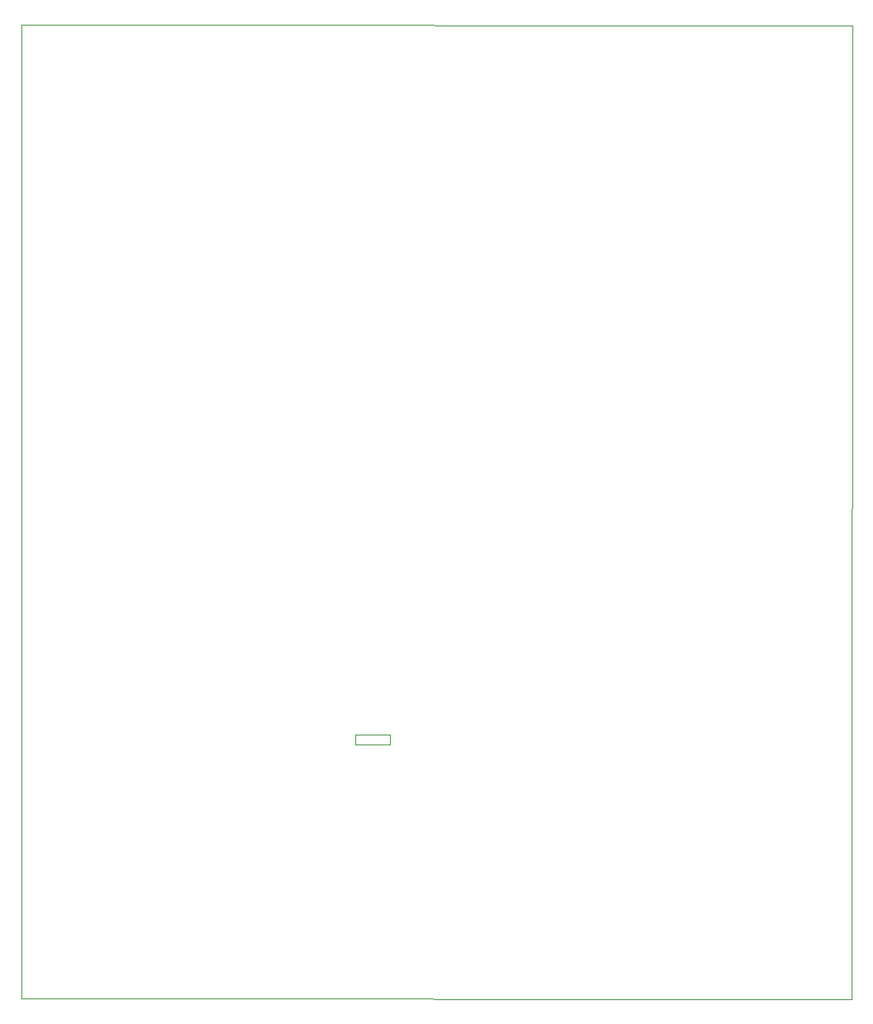
<source format=gbr>
%TF.GenerationSoftware,KiCad,Pcbnew,6.99.0-unknown-f8b157a1fb~149~ubuntu22.04.1*%
%TF.CreationDate,2022-08-25T07:22:00+02:00*%
%TF.ProjectId,in_out,696e5f6f-7574-42e6-9b69-6361645f7063,rev?*%
%TF.SameCoordinates,Original*%
%TF.FileFunction,Profile,NP*%
%FSLAX46Y46*%
G04 Gerber Fmt 4.6, Leading zero omitted, Abs format (unit mm)*
G04 Created by KiCad (PCBNEW 6.99.0-unknown-f8b157a1fb~149~ubuntu22.04.1) date 2022-08-25 07:22:00*
%MOMM*%
%LPD*%
G01*
G04 APERTURE LIST*
%TA.AperFunction,Profile*%
%ADD10C,0.100000*%
%TD*%
G04 APERTURE END LIST*
D10*
X108204000Y-113538000D02*
X104648000Y-113538000D01*
X155650000Y-139725000D02*
X70425000Y-139625000D01*
X104648000Y-112522000D02*
X104648000Y-113538000D01*
X108204000Y-112522000D02*
X104648000Y-112522000D01*
X155700000Y-39775000D02*
X155650000Y-139725000D01*
X108204000Y-112522000D02*
X108204000Y-113538000D01*
X70375000Y-39625000D02*
X155700000Y-39775000D01*
X70425000Y-139625000D02*
X70375000Y-39625000D01*
M02*

</source>
